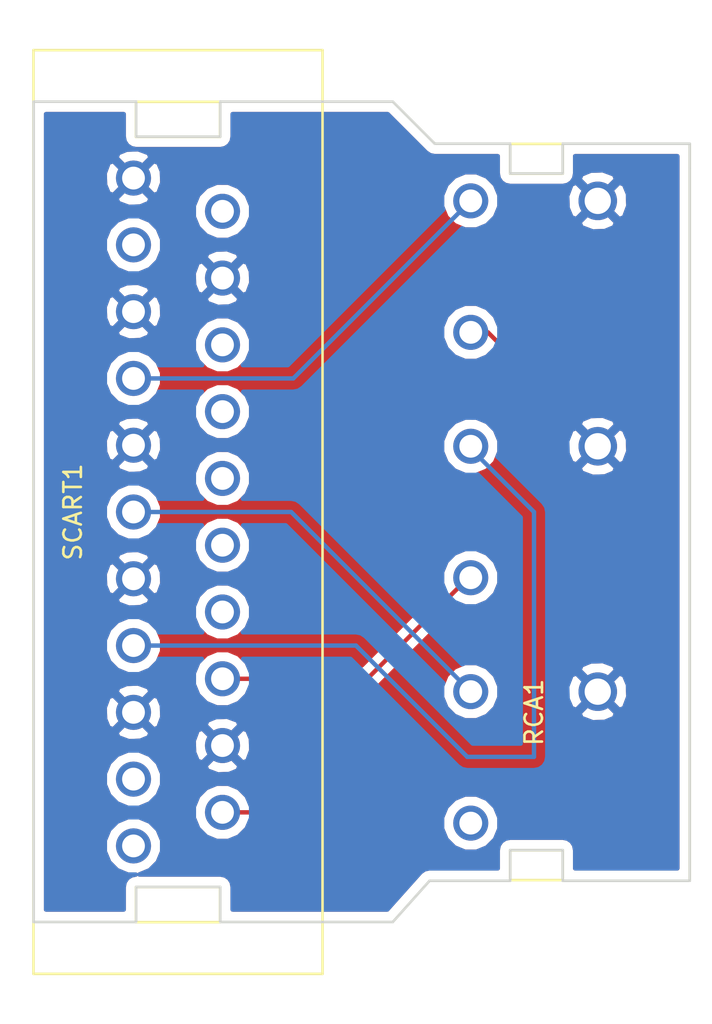
<source format=kicad_pcb>
(kicad_pcb (version 4) (host pcbnew 4.0.7)

  (general
    (links 15)
    (no_connects 1)
    (area 95.824999 88.274999 133.425001 135.225001)
    (thickness 1.6)
    (drawings 26)
    (tracks 19)
    (zones 0)
    (modules 2)
    (nets 16)
  )

  (page A4)
  (layers
    (0 F.Cu signal)
    (31 B.Cu signal)
    (32 B.Adhes user)
    (33 F.Adhes user)
    (34 B.Paste user)
    (35 F.Paste user)
    (36 B.SilkS user)
    (37 F.SilkS user)
    (38 B.Mask user)
    (39 F.Mask user)
    (40 Dwgs.User user)
    (41 Cmts.User user)
    (42 Eco1.User user)
    (43 Eco2.User user)
    (44 Edge.Cuts user)
    (45 Margin user)
    (46 B.CrtYd user)
    (47 F.CrtYd user)
    (48 B.Fab user)
    (49 F.Fab user)
  )

  (setup
    (last_trace_width 0.25)
    (trace_clearance 0.2)
    (zone_clearance 0.508)
    (zone_45_only no)
    (trace_min 0.2)
    (segment_width 0.2)
    (edge_width 0.15)
    (via_size 0.6)
    (via_drill 0.4)
    (via_min_size 0.4)
    (via_min_drill 0.3)
    (uvia_size 0.3)
    (uvia_drill 0.1)
    (uvias_allowed no)
    (uvia_min_size 0.2)
    (uvia_min_drill 0.1)
    (pcb_text_width 0.3)
    (pcb_text_size 1.5 1.5)
    (mod_edge_width 0.15)
    (mod_text_size 1 1)
    (mod_text_width 0.15)
    (pad_size 1.524 1.524)
    (pad_drill 0.762)
    (pad_to_mask_clearance 0.2)
    (aux_axis_origin 0 0)
    (visible_elements 7FFFFFFF)
    (pcbplotparams
      (layerselection 0x010f0_80000001)
      (usegerberextensions true)
      (excludeedgelayer true)
      (linewidth 0.100000)
      (plotframeref false)
      (viasonmask false)
      (mode 1)
      (useauxorigin false)
      (hpglpennumber 1)
      (hpglpenspeed 20)
      (hpglpendiameter 15)
      (hpglpenoverlay 2)
      (psnegative false)
      (psa4output false)
      (plotreference true)
      (plotvalue true)
      (plotinvisibletext false)
      (padsonsilk false)
      (subtractmaskfromsilk false)
      (outputformat 1)
      (mirror false)
      (drillshape 0)
      (scaleselection 1)
      (outputdirectory Gerbers/))
  )

  (net 0 "")
  (net 1 GND)
  (net 2 RED)
  (net 3 R_AUD)
  (net 4 SYNC)
  (net 5 GREEN)
  (net 6 L_AUD)
  (net 7 BLUE)
  (net 8 "Net-(SCART1-Pad16)")
  (net 9 "Net-(SCART1-Pad14)")
  (net 10 "Net-(SCART1-Pad8)")
  (net 11 "Net-(SCART1-Pad10)")
  (net 12 "Net-(SCART1-Pad12)")
  (net 13 "Net-(SCART1-Pad1)")
  (net 14 "Net-(SCART1-Pad3)")
  (net 15 "Net-(SCART1-Pad19)")

  (net_class Default "This is the default net class."
    (clearance 0.2)
    (trace_width 0.25)
    (via_dia 0.6)
    (via_drill 0.4)
    (uvia_dia 0.3)
    (uvia_drill 0.1)
    (add_net BLUE)
    (add_net GND)
    (add_net GREEN)
    (add_net L_AUD)
    (add_net "Net-(SCART1-Pad1)")
    (add_net "Net-(SCART1-Pad10)")
    (add_net "Net-(SCART1-Pad12)")
    (add_net "Net-(SCART1-Pad14)")
    (add_net "Net-(SCART1-Pad16)")
    (add_net "Net-(SCART1-Pad19)")
    (add_net "Net-(SCART1-Pad3)")
    (add_net "Net-(SCART1-Pad8)")
    (add_net RED)
    (add_net R_AUD)
    (add_net SYNC)
  )

  (module SCARTConnectors:3x2_RCA (layer F.Cu) (tedit 5B0A1A4D) (tstamp 5B098CD8)
    (at 133.35 111.76 90)
    (path /5B098E54)
    (fp_text reference RCA1 (at -11.43 -8.89 90) (layer F.SilkS)
      (effects (font (size 1 1) (thickness 0.15)))
    )
    (fp_text value 3x2_RCA (at 10.16 -7.62 90) (layer F.Fab)
      (effects (font (size 1 1) (thickness 0.15)))
    )
    (fp_line (start 21 -10.25) (end 21 -7.25) (layer F.SilkS) (width 0.15))
    (fp_line (start 21 -7.25) (end 19.3 -7.25) (layer F.SilkS) (width 0.15))
    (fp_line (start 19.3 -7.25) (end 19.3 -10.25) (layer F.SilkS) (width 0.15))
    (fp_line (start 19.3 -10.25) (end 21 -10.25) (layer F.SilkS) (width 0.15))
    (fp_line (start -19.3 -7.25) (end -21 -7.25) (layer F.SilkS) (width 0.15))
    (fp_line (start -21 -10.25) (end -21 -7.25) (layer F.SilkS) (width 0.15))
    (fp_line (start -19.3 -10.25) (end -19.3 -7.25) (layer F.SilkS) (width 0.15))
    (fp_line (start -21 -10.25) (end -19.3 -10.25) (layer F.SilkS) (width 0.15))
    (fp_line (start -21 0) (end 21 0) (layer F.SilkS) (width 0.15))
    (pad 9 thru_hole circle (at 17.75 -5.25 90) (size 2.2 2.2) (drill 1.5) (layers *.Cu *.Mask)
      (net 1 GND))
    (pad 8 thru_hole circle (at 3.75 -5.25 90) (size 2.2 2.2) (drill 1.5) (layers *.Cu *.Mask)
      (net 1 GND))
    (pad 7 thru_hole circle (at -10.25 -5.25 90) (size 2.2 2.2) (drill 1.5) (layers *.Cu *.Mask)
      (net 1 GND))
    (pad 6 thru_hole circle (at 17.75 -12.5 90) (size 2 2) (drill 1.3) (layers *.Cu *.Mask)
      (net 2 RED))
    (pad 5 thru_hole circle (at 10.25 -12.5 90) (size 2 2) (drill 1.3) (layers *.Cu *.Mask)
      (net 3 R_AUD))
    (pad 1 thru_hole circle (at -17.75 -12.5 90) (size 2 2) (drill 1.3) (layers *.Cu *.Mask)
      (net 4 SYNC))
    (pad 2 thru_hole circle (at -10.25 -12.5 90) (size 2 2) (drill 1.3) (layers *.Cu *.Mask)
      (net 5 GREEN))
    (pad 3 thru_hole circle (at -3.75 -12.5 90) (size 2 2) (drill 1.3) (layers *.Cu *.Mask)
      (net 6 L_AUD))
    (pad 4 thru_hole circle (at 3.75 -12.5 90) (size 2 2) (drill 1.3) (layers *.Cu *.Mask)
      (net 7 BLUE))
  )

  (module SCARTConnectors:SCART_F (layer F.Cu) (tedit 5B0A1858) (tstamp 5B098CF7)
    (at 104.14 111.76 270)
    (path /5B074A73)
    (fp_text reference SCART1 (at 0 6 270) (layer F.SilkS)
      (effects (font (size 1 1) (thickness 0.15)))
    )
    (fp_text value SCART-F (at 0 -6.25 270) (layer F.Fab)
      (effects (font (size 1 1) (thickness 0.15)))
    )
    (fp_line (start 21.4 2.4) (end 21.4 -2.4) (layer F.SilkS) (width 0.15))
    (fp_line (start 23.4 2.4) (end 21.4 2.4) (layer F.SilkS) (width 0.15))
    (fp_line (start 23.4 -2.4) (end 23.4 2.4) (layer F.SilkS) (width 0.15))
    (fp_line (start 21.4 -2.4) (end 23.4 -2.4) (layer F.SilkS) (width 0.15))
    (fp_line (start -21.4 -2.4) (end -21.4 2.4) (layer F.SilkS) (width 0.15))
    (fp_line (start -21.4 2.4) (end -23.4 2.4) (layer F.SilkS) (width 0.15))
    (fp_line (start -23.4 2.4) (end -23.4 -2.4) (layer F.SilkS) (width 0.15))
    (fp_line (start -23.4 -2.4) (end -21.4 -2.4) (layer F.SilkS) (width 0.15))
    (fp_line (start 26.35 8.25) (end -26.35 8.25) (layer F.SilkS) (width 0.15))
    (fp_line (start -26.35 8.25) (end -26.35 -8.25) (layer F.SilkS) (width 0.15))
    (fp_line (start -26.35 -8.25) (end 26.35 -8.25) (layer F.SilkS) (width 0.15))
    (fp_line (start 26.35 -8.25) (end 26.35 8.25) (layer F.SilkS) (width 0.15))
    (pad 20 thru_hole circle (at -17.155 -2.54 270) (size 2 2) (drill 1.3) (layers *.Cu *.Mask)
      (net 4 SYNC))
    (pad 18 thru_hole circle (at -13.345 -2.54 270) (size 2 2) (drill 1.3) (layers *.Cu *.Mask)
      (net 1 GND))
    (pad 16 thru_hole circle (at -9.535 -2.54 270) (size 2 2) (drill 1.3) (layers *.Cu *.Mask)
      (net 8 "Net-(SCART1-Pad16)"))
    (pad 14 thru_hole circle (at -5.725 -2.54 270) (size 2 2) (drill 1.3) (layers *.Cu *.Mask)
      (net 9 "Net-(SCART1-Pad14)"))
    (pad 2 thru_hole circle (at 17.135 -2.54 270) (size 2 2) (drill 1.3) (layers *.Cu *.Mask)
      (net 3 R_AUD))
    (pad 4 thru_hole circle (at 13.325 -2.54 270) (size 2 2) (drill 1.3) (layers *.Cu *.Mask)
      (net 1 GND))
    (pad 6 thru_hole circle (at 9.515 -2.54 270) (size 2 2) (drill 1.3) (layers *.Cu *.Mask)
      (net 6 L_AUD))
    (pad 8 thru_hole circle (at 5.705 -2.54 270) (size 2 2) (drill 1.3) (layers *.Cu *.Mask)
      (net 10 "Net-(SCART1-Pad8)"))
    (pad 10 thru_hole circle (at 1.895 -2.54 270) (size 2 2) (drill 1.3) (layers *.Cu *.Mask)
      (net 11 "Net-(SCART1-Pad10)"))
    (pad 12 thru_hole circle (at -1.915 -2.54 270) (size 2 2) (drill 1.3) (layers *.Cu *.Mask)
      (net 12 "Net-(SCART1-Pad12)"))
    (pad 1 thru_hole circle (at 19.05 2.54 270) (size 2 2) (drill 1.3) (layers *.Cu *.Mask)
      (net 13 "Net-(SCART1-Pad1)"))
    (pad 3 thru_hole circle (at 15.24 2.54 270) (size 2 2) (drill 1.3) (layers *.Cu *.Mask)
      (net 14 "Net-(SCART1-Pad3)"))
    (pad 5 thru_hole circle (at 11.43 2.54 270) (size 2 2) (drill 1.3) (layers *.Cu *.Mask)
      (net 1 GND))
    (pad 7 thru_hole circle (at 7.62 2.54 270) (size 2 2) (drill 1.3) (layers *.Cu *.Mask)
      (net 7 BLUE))
    (pad 9 thru_hole circle (at 3.81 2.54 270) (size 2 2) (drill 1.3) (layers *.Cu *.Mask)
      (net 1 GND))
    (pad 21 thru_hole circle (at -19.05 2.54 270) (size 2 2) (drill 1.3) (layers *.Cu *.Mask)
      (net 1 GND))
    (pad 19 thru_hole circle (at -15.24 2.54 270) (size 2 2) (drill 1.3) (layers *.Cu *.Mask)
      (net 15 "Net-(SCART1-Pad19)"))
    (pad 17 thru_hole circle (at -11.43 2.54 270) (size 2 2) (drill 1.3) (layers *.Cu *.Mask)
      (net 1 GND))
    (pad 15 thru_hole circle (at -7.62 2.54 270) (size 2 2) (drill 1.3) (layers *.Cu *.Mask)
      (net 2 RED))
    (pad 13 thru_hole circle (at -3.81 2.54 270) (size 2 2) (drill 1.3) (layers *.Cu *.Mask)
      (net 1 GND))
    (pad 11 thru_hole circle (at 0 2.54 270) (size 2 2) (drill 1.3) (layers *.Cu *.Mask)
      (net 5 GREEN))
  )

  (gr_line (start 101.75 88.35) (end 95.9 88.35) (angle 90) (layer Edge.Cuts) (width 0.15))
  (gr_line (start 101.75 90.35) (end 101.75 88.35) (angle 90) (layer Edge.Cuts) (width 0.15))
  (gr_line (start 133.35 92.15) (end 133.35 90.75) (angle 90) (layer Edge.Cuts) (width 0.15))
  (gr_line (start 95.9 135.15) (end 95.9 88.35) (angle 90) (layer Edge.Cuts) (width 0.15))
  (gr_line (start 101.75 135.15) (end 95.9 135.15) (angle 90) (layer Edge.Cuts) (width 0.15))
  (gr_line (start 106.55 90.35) (end 101.75 90.35) (angle 90) (layer Edge.Cuts) (width 0.15))
  (gr_line (start 106.55 88.35) (end 106.55 90.35) (angle 90) (layer Edge.Cuts) (width 0.15))
  (gr_line (start 118.85 90.75) (end 123.1 90.75) (angle 90) (layer Edge.Cuts) (width 0.15))
  (gr_line (start 118.8 90.75) (end 118.85 90.75) (angle 90) (layer Edge.Cuts) (width 0.15))
  (gr_line (start 116.4 88.35) (end 118.8 90.75) (angle 90) (layer Edge.Cuts) (width 0.15))
  (gr_line (start 106.55 88.35) (end 116.4 88.35) (angle 90) (layer Edge.Cuts) (width 0.15))
  (gr_line (start 126.1 90.75) (end 133.35 90.75) (angle 90) (layer Edge.Cuts) (width 0.15))
  (gr_line (start 126.1 92.45) (end 126.1 90.75) (angle 90) (layer Edge.Cuts) (width 0.15))
  (gr_line (start 123.1 92.45) (end 123.1 90.75) (angle 90) (layer Edge.Cuts) (width 0.15))
  (gr_line (start 126.1 92.45) (end 123.1 92.45) (angle 90) (layer Edge.Cuts) (width 0.15))
  (gr_line (start 133.35 132.8) (end 133.35 92.15) (angle 90) (layer Edge.Cuts) (width 0.15))
  (gr_line (start 126.1 132.8) (end 133.35 132.8) (angle 90) (layer Edge.Cuts) (width 0.15))
  (gr_line (start 126.1 131.05) (end 126.1 132.8) (angle 90) (layer Edge.Cuts) (width 0.15))
  (gr_line (start 123.1 131.05) (end 126.1 131.05) (angle 90) (layer Edge.Cuts) (width 0.15))
  (gr_line (start 123.1 132.8) (end 123.1 131.05) (angle 90) (layer Edge.Cuts) (width 0.15))
  (gr_line (start 118.5 132.8) (end 123.1 132.8) (angle 90) (layer Edge.Cuts) (width 0.15))
  (gr_line (start 116.4 135.15) (end 118.5 132.8) (angle 90) (layer Edge.Cuts) (width 0.15))
  (gr_line (start 106.55 135.15) (end 116.4 135.15) (angle 90) (layer Edge.Cuts) (width 0.15))
  (gr_line (start 106.55 133.15) (end 106.55 135.15) (angle 90) (layer Edge.Cuts) (width 0.15))
  (gr_line (start 101.75 133.15) (end 106.55 133.15) (angle 90) (layer Edge.Cuts) (width 0.15))
  (gr_line (start 101.75 135.15) (end 101.75 133.15) (angle 90) (layer Edge.Cuts) (width 0.15))

  (segment (start 101.6 104.14) (end 110.72 104.14) (width 0.25) (layer B.Cu) (net 2))
  (segment (start 110.72 104.14) (end 120.85 94.01) (width 0.25) (layer B.Cu) (net 2) (tstamp 5B098D4B))
  (segment (start 106.68 128.895) (end 116.215 128.895) (width 0.25) (layer F.Cu) (net 3))
  (segment (start 125.73 105.41) (end 121.83 101.51) (width 0.25) (layer F.Cu) (net 3) (tstamp 5B098ECF))
  (segment (start 125.73 127) (end 125.73 105.41) (width 0.25) (layer F.Cu) (net 3) (tstamp 5B098ECD))
  (segment (start 118.11 127) (end 125.73 127) (width 0.25) (layer F.Cu) (net 3) (tstamp 5B098ECA))
  (segment (start 116.215 128.895) (end 118.11 127) (width 0.25) (layer F.Cu) (net 3) (tstamp 5B098EC3))
  (segment (start 121.83 101.51) (end 120.85 101.51) (width 0.25) (layer F.Cu) (net 3) (tstamp 5B098ED8))
  (segment (start 101.6 111.76) (end 110.6 111.76) (width 0.25) (layer B.Cu) (net 5))
  (segment (start 110.6 111.76) (end 120.85 122.01) (width 0.25) (layer B.Cu) (net 5) (tstamp 5B098D4E))
  (segment (start 106.68 121.275) (end 114.945 121.275) (width 0.25) (layer F.Cu) (net 6))
  (segment (start 114.945 121.275) (end 120.71 115.51) (width 0.25) (layer F.Cu) (net 6) (tstamp 5B098E72))
  (segment (start 120.71 115.51) (end 120.85 115.51) (width 0.25) (layer F.Cu) (net 6) (tstamp 5B098E78))
  (segment (start 101.6 119.38) (end 114.3 119.38) (width 0.25) (layer B.Cu) (net 7))
  (segment (start 124.46 111.76) (end 120.85 108.15) (width 0.25) (layer B.Cu) (net 7) (tstamp 5B098D82))
  (segment (start 124.46 125.73) (end 124.46 111.76) (width 0.25) (layer B.Cu) (net 7) (tstamp 5B098D80))
  (segment (start 120.65 125.73) (end 124.46 125.73) (width 0.25) (layer B.Cu) (net 7) (tstamp 5B098D79))
  (segment (start 114.3 119.38) (end 120.65 125.73) (width 0.25) (layer B.Cu) (net 7) (tstamp 5B098D56))
  (segment (start 120.85 108.15) (end 120.85 108.01) (width 0.25) (layer B.Cu) (net 7) (tstamp 5B098D85))

  (zone (net 1) (net_name GND) (layer F.Cu) (tstamp 5B0990AC) (hatch edge 0.508)
    (connect_pads (clearance 0.508))
    (min_thickness 0.254)
    (fill yes (arc_segments 16) (thermal_gap 0.508) (thermal_bridge_width 0.508))
    (polygon
      (pts
        (xy 134.62 140.97) (xy 93.98 140.97) (xy 93.98 82.55) (xy 134.62 82.55)
      )
    )
    (filled_polygon
      (pts
        (xy 101.04 90.35) (xy 101.094046 90.621705) (xy 101.247954 90.852046) (xy 101.478295 91.005954) (xy 101.75 91.06)
        (xy 106.55 91.06) (xy 106.821705 91.005954) (xy 107.052046 90.852046) (xy 107.205954 90.621705) (xy 107.26 90.35)
        (xy 107.26 89.06) (xy 116.105908 89.06) (xy 118.297952 91.252043) (xy 118.297954 91.252046) (xy 118.528295 91.405954)
        (xy 118.8 91.460001) (xy 118.800005 91.46) (xy 122.39 91.46) (xy 122.39 92.45) (xy 122.444046 92.721705)
        (xy 122.597954 92.952046) (xy 122.828295 93.105954) (xy 123.1 93.16) (xy 126.1 93.16) (xy 126.371705 93.105954)
        (xy 126.602046 92.952046) (xy 126.713573 92.785132) (xy 127.054737 92.785132) (xy 128.1 93.830395) (xy 129.145263 92.785132)
        (xy 129.034359 92.507901) (xy 128.388407 92.264677) (xy 127.698547 92.287164) (xy 127.165641 92.507901) (xy 127.054737 92.785132)
        (xy 126.713573 92.785132) (xy 126.755954 92.721705) (xy 126.81 92.45) (xy 126.81 91.46) (xy 132.64 91.46)
        (xy 132.64 132.09) (xy 126.81 132.09) (xy 126.81 131.05) (xy 126.755954 130.778295) (xy 126.602046 130.547954)
        (xy 126.371705 130.394046) (xy 126.1 130.34) (xy 123.1 130.34) (xy 122.828295 130.394046) (xy 122.597954 130.547954)
        (xy 122.444046 130.778295) (xy 122.39 131.05) (xy 122.39 132.09) (xy 118.5 132.09) (xy 118.480185 132.093942)
        (xy 118.460175 132.091117) (xy 118.344968 132.120838) (xy 118.228295 132.144046) (xy 118.211495 132.155271) (xy 118.191929 132.160319)
        (xy 118.096874 132.231858) (xy 117.997954 132.297954) (xy 117.986728 132.314755) (xy 117.970584 132.326905) (xy 116.082286 134.44)
        (xy 107.26 134.44) (xy 107.26 133.15) (xy 107.205954 132.878295) (xy 107.052046 132.647954) (xy 106.821705 132.494046)
        (xy 106.55 132.44) (xy 101.936583 132.44) (xy 102.524943 132.196894) (xy 102.985278 131.737363) (xy 103.234716 131.136648)
        (xy 103.235284 130.486205) (xy 102.986894 129.885057) (xy 102.527363 129.424722) (xy 102.031435 129.218795) (xy 105.044716 129.218795)
        (xy 105.293106 129.819943) (xy 105.752637 130.280278) (xy 106.353352 130.529716) (xy 107.003795 130.530284) (xy 107.604943 130.281894)
        (xy 108.053825 129.833795) (xy 119.214716 129.833795) (xy 119.463106 130.434943) (xy 119.922637 130.895278) (xy 120.523352 131.144716)
        (xy 121.173795 131.145284) (xy 121.774943 130.896894) (xy 122.235278 130.437363) (xy 122.484716 129.836648) (xy 122.485284 129.186205)
        (xy 122.236894 128.585057) (xy 121.777363 128.124722) (xy 121.176648 127.875284) (xy 120.526205 127.874716) (xy 119.925057 128.123106)
        (xy 119.464722 128.582637) (xy 119.215284 129.183352) (xy 119.214716 129.833795) (xy 108.053825 129.833795) (xy 108.065278 129.822363)
        (xy 108.134773 129.655) (xy 116.215 129.655) (xy 116.505839 129.597148) (xy 116.752401 129.432401) (xy 118.424802 127.76)
        (xy 125.73 127.76) (xy 126.020839 127.702148) (xy 126.267401 127.537401) (xy 126.432148 127.290839) (xy 126.49 127)
        (xy 126.49 123.234868) (xy 127.054737 123.234868) (xy 127.165641 123.512099) (xy 127.811593 123.755323) (xy 128.501453 123.732836)
        (xy 129.034359 123.512099) (xy 129.145263 123.234868) (xy 128.1 122.189605) (xy 127.054737 123.234868) (xy 126.49 123.234868)
        (xy 126.49 122.683863) (xy 126.597901 122.944359) (xy 126.875132 123.055263) (xy 127.920395 122.01) (xy 128.279605 122.01)
        (xy 129.324868 123.055263) (xy 129.602099 122.944359) (xy 129.845323 122.298407) (xy 129.822836 121.608547) (xy 129.602099 121.075641)
        (xy 129.324868 120.964737) (xy 128.279605 122.01) (xy 127.920395 122.01) (xy 126.875132 120.964737) (xy 126.597901 121.075641)
        (xy 126.49 121.362203) (xy 126.49 120.785132) (xy 127.054737 120.785132) (xy 128.1 121.830395) (xy 129.145263 120.785132)
        (xy 129.034359 120.507901) (xy 128.388407 120.264677) (xy 127.698547 120.287164) (xy 127.165641 120.507901) (xy 127.054737 120.785132)
        (xy 126.49 120.785132) (xy 126.49 109.234868) (xy 127.054737 109.234868) (xy 127.165641 109.512099) (xy 127.811593 109.755323)
        (xy 128.501453 109.732836) (xy 129.034359 109.512099) (xy 129.145263 109.234868) (xy 128.1 108.189605) (xy 127.054737 109.234868)
        (xy 126.49 109.234868) (xy 126.49 108.683863) (xy 126.597901 108.944359) (xy 126.875132 109.055263) (xy 127.920395 108.01)
        (xy 128.279605 108.01) (xy 129.324868 109.055263) (xy 129.602099 108.944359) (xy 129.845323 108.298407) (xy 129.822836 107.608547)
        (xy 129.602099 107.075641) (xy 129.324868 106.964737) (xy 128.279605 108.01) (xy 127.920395 108.01) (xy 126.875132 106.964737)
        (xy 126.597901 107.075641) (xy 126.49 107.362203) (xy 126.49 106.785132) (xy 127.054737 106.785132) (xy 128.1 107.830395)
        (xy 129.145263 106.785132) (xy 129.034359 106.507901) (xy 128.388407 106.264677) (xy 127.698547 106.287164) (xy 127.165641 106.507901)
        (xy 127.054737 106.785132) (xy 126.49 106.785132) (xy 126.49 105.41) (xy 126.432148 105.119161) (xy 126.267401 104.872599)
        (xy 122.417882 101.02308) (xy 122.236894 100.585057) (xy 121.777363 100.124722) (xy 121.176648 99.875284) (xy 120.526205 99.874716)
        (xy 119.925057 100.123106) (xy 119.464722 100.582637) (xy 119.215284 101.183352) (xy 119.214716 101.833795) (xy 119.463106 102.434943)
        (xy 119.922637 102.895278) (xy 120.523352 103.144716) (xy 121.173795 103.145284) (xy 121.774943 102.896894) (xy 121.958678 102.71348)
        (xy 124.97 105.724802) (xy 124.97 126.24) (xy 118.11 126.24) (xy 117.819161 126.297852) (xy 117.572599 126.462599)
        (xy 115.900198 128.135) (xy 108.135047 128.135) (xy 108.066894 127.970057) (xy 107.607363 127.509722) (xy 107.006648 127.260284)
        (xy 106.356205 127.259716) (xy 105.755057 127.508106) (xy 105.294722 127.967637) (xy 105.045284 128.568352) (xy 105.044716 129.218795)
        (xy 102.031435 129.218795) (xy 101.926648 129.175284) (xy 101.276205 129.174716) (xy 100.675057 129.423106) (xy 100.214722 129.882637)
        (xy 99.965284 130.483352) (xy 99.964716 131.133795) (xy 100.213106 131.734943) (xy 100.672637 132.195278) (xy 101.273352 132.444716)
        (xy 101.724312 132.44511) (xy 101.478295 132.494046) (xy 101.247954 132.647954) (xy 101.094046 132.878295) (xy 101.04 133.15)
        (xy 101.04 134.44) (xy 96.61 134.44) (xy 96.61 127.323795) (xy 99.964716 127.323795) (xy 100.213106 127.924943)
        (xy 100.672637 128.385278) (xy 101.273352 128.634716) (xy 101.923795 128.635284) (xy 102.524943 128.386894) (xy 102.985278 127.927363)
        (xy 103.234716 127.326648) (xy 103.235284 126.676205) (xy 103.054028 126.237532) (xy 105.707073 126.237532) (xy 105.805736 126.504387)
        (xy 106.415461 126.730908) (xy 107.06546 126.706856) (xy 107.554264 126.504387) (xy 107.652927 126.237532) (xy 106.68 125.264605)
        (xy 105.707073 126.237532) (xy 103.054028 126.237532) (xy 102.986894 126.075057) (xy 102.527363 125.614722) (xy 101.926648 125.365284)
        (xy 101.276205 125.364716) (xy 100.675057 125.613106) (xy 100.214722 126.072637) (xy 99.965284 126.673352) (xy 99.964716 127.323795)
        (xy 96.61 127.323795) (xy 96.61 124.342532) (xy 100.627073 124.342532) (xy 100.725736 124.609387) (xy 101.335461 124.835908)
        (xy 101.752912 124.820461) (xy 105.034092 124.820461) (xy 105.058144 125.47046) (xy 105.260613 125.959264) (xy 105.527468 126.057927)
        (xy 106.500395 125.085) (xy 106.859605 125.085) (xy 107.832532 126.057927) (xy 108.099387 125.959264) (xy 108.325908 125.349539)
        (xy 108.301856 124.69954) (xy 108.099387 124.210736) (xy 107.832532 124.112073) (xy 106.859605 125.085) (xy 106.500395 125.085)
        (xy 105.527468 124.112073) (xy 105.260613 124.210736) (xy 105.034092 124.820461) (xy 101.752912 124.820461) (xy 101.98546 124.811856)
        (xy 102.474264 124.609387) (xy 102.572927 124.342532) (xy 101.6 123.369605) (xy 100.627073 124.342532) (xy 96.61 124.342532)
        (xy 96.61 122.925461) (xy 99.954092 122.925461) (xy 99.978144 123.57546) (xy 100.180613 124.064264) (xy 100.447468 124.162927)
        (xy 101.420395 123.19) (xy 101.779605 123.19) (xy 102.752532 124.162927) (xy 103.019387 124.064264) (xy 103.06835 123.932468)
        (xy 105.707073 123.932468) (xy 106.68 124.905395) (xy 107.652927 123.932468) (xy 107.554264 123.665613) (xy 106.944539 123.439092)
        (xy 106.29454 123.463144) (xy 105.805736 123.665613) (xy 105.707073 123.932468) (xy 103.06835 123.932468) (xy 103.245908 123.454539)
        (xy 103.221856 122.80454) (xy 103.019387 122.315736) (xy 102.752532 122.217073) (xy 101.779605 123.19) (xy 101.420395 123.19)
        (xy 100.447468 122.217073) (xy 100.180613 122.315736) (xy 99.954092 122.925461) (xy 96.61 122.925461) (xy 96.61 122.037468)
        (xy 100.627073 122.037468) (xy 101.6 123.010395) (xy 102.572927 122.037468) (xy 102.474264 121.770613) (xy 102.011783 121.598795)
        (xy 105.044716 121.598795) (xy 105.293106 122.199943) (xy 105.752637 122.660278) (xy 106.353352 122.909716) (xy 107.003795 122.910284)
        (xy 107.604943 122.661894) (xy 107.933616 122.333795) (xy 119.214716 122.333795) (xy 119.463106 122.934943) (xy 119.922637 123.395278)
        (xy 120.523352 123.644716) (xy 121.173795 123.645284) (xy 121.774943 123.396894) (xy 122.235278 122.937363) (xy 122.484716 122.336648)
        (xy 122.485284 121.686205) (xy 122.236894 121.085057) (xy 121.777363 120.624722) (xy 121.176648 120.375284) (xy 120.526205 120.374716)
        (xy 119.925057 120.623106) (xy 119.464722 121.082637) (xy 119.215284 121.683352) (xy 119.214716 122.333795) (xy 107.933616 122.333795)
        (xy 108.065278 122.202363) (xy 108.134773 122.035) (xy 114.945 122.035) (xy 115.235839 121.977148) (xy 115.482401 121.812401)
        (xy 120.259604 117.035198) (xy 120.523352 117.144716) (xy 121.173795 117.145284) (xy 121.774943 116.896894) (xy 122.235278 116.437363)
        (xy 122.484716 115.836648) (xy 122.485284 115.186205) (xy 122.236894 114.585057) (xy 121.777363 114.124722) (xy 121.176648 113.875284)
        (xy 120.526205 113.874716) (xy 119.925057 114.123106) (xy 119.464722 114.582637) (xy 119.215284 115.183352) (xy 119.214716 115.833795)
        (xy 119.242986 115.902212) (xy 114.630198 120.515) (xy 108.135047 120.515) (xy 108.066894 120.350057) (xy 107.607363 119.889722)
        (xy 107.006648 119.640284) (xy 106.356205 119.639716) (xy 105.755057 119.888106) (xy 105.294722 120.347637) (xy 105.045284 120.948352)
        (xy 105.044716 121.598795) (xy 102.011783 121.598795) (xy 101.864539 121.544092) (xy 101.21454 121.568144) (xy 100.725736 121.770613)
        (xy 100.627073 122.037468) (xy 96.61 122.037468) (xy 96.61 119.703795) (xy 99.964716 119.703795) (xy 100.213106 120.304943)
        (xy 100.672637 120.765278) (xy 101.273352 121.014716) (xy 101.923795 121.015284) (xy 102.524943 120.766894) (xy 102.985278 120.307363)
        (xy 103.234716 119.706648) (xy 103.235284 119.056205) (xy 102.986894 118.455057) (xy 102.527363 117.994722) (xy 102.031435 117.788795)
        (xy 105.044716 117.788795) (xy 105.293106 118.389943) (xy 105.752637 118.850278) (xy 106.353352 119.099716) (xy 107.003795 119.100284)
        (xy 107.604943 118.851894) (xy 108.065278 118.392363) (xy 108.314716 117.791648) (xy 108.315284 117.141205) (xy 108.066894 116.540057)
        (xy 107.607363 116.079722) (xy 107.006648 115.830284) (xy 106.356205 115.829716) (xy 105.755057 116.078106) (xy 105.294722 116.537637)
        (xy 105.045284 117.138352) (xy 105.044716 117.788795) (xy 102.031435 117.788795) (xy 101.926648 117.745284) (xy 101.276205 117.744716)
        (xy 100.675057 117.993106) (xy 100.214722 118.452637) (xy 99.965284 119.053352) (xy 99.964716 119.703795) (xy 96.61 119.703795)
        (xy 96.61 116.722532) (xy 100.627073 116.722532) (xy 100.725736 116.989387) (xy 101.335461 117.215908) (xy 101.98546 117.191856)
        (xy 102.474264 116.989387) (xy 102.572927 116.722532) (xy 101.6 115.749605) (xy 100.627073 116.722532) (xy 96.61 116.722532)
        (xy 96.61 115.305461) (xy 99.954092 115.305461) (xy 99.978144 115.95546) (xy 100.180613 116.444264) (xy 100.447468 116.542927)
        (xy 101.420395 115.57) (xy 101.779605 115.57) (xy 102.752532 116.542927) (xy 103.019387 116.444264) (xy 103.245908 115.834539)
        (xy 103.221856 115.18454) (xy 103.019387 114.695736) (xy 102.752532 114.597073) (xy 101.779605 115.57) (xy 101.420395 115.57)
        (xy 100.447468 114.597073) (xy 100.180613 114.695736) (xy 99.954092 115.305461) (xy 96.61 115.305461) (xy 96.61 114.417468)
        (xy 100.627073 114.417468) (xy 101.6 115.390395) (xy 102.572927 114.417468) (xy 102.474264 114.150613) (xy 102.011783 113.978795)
        (xy 105.044716 113.978795) (xy 105.293106 114.579943) (xy 105.752637 115.040278) (xy 106.353352 115.289716) (xy 107.003795 115.290284)
        (xy 107.604943 115.041894) (xy 108.065278 114.582363) (xy 108.314716 113.981648) (xy 108.315284 113.331205) (xy 108.066894 112.730057)
        (xy 107.607363 112.269722) (xy 107.006648 112.020284) (xy 106.356205 112.019716) (xy 105.755057 112.268106) (xy 105.294722 112.727637)
        (xy 105.045284 113.328352) (xy 105.044716 113.978795) (xy 102.011783 113.978795) (xy 101.864539 113.924092) (xy 101.21454 113.948144)
        (xy 100.725736 114.150613) (xy 100.627073 114.417468) (xy 96.61 114.417468) (xy 96.61 112.083795) (xy 99.964716 112.083795)
        (xy 100.213106 112.684943) (xy 100.672637 113.145278) (xy 101.273352 113.394716) (xy 101.923795 113.395284) (xy 102.524943 113.146894)
        (xy 102.985278 112.687363) (xy 103.234716 112.086648) (xy 103.235284 111.436205) (xy 102.986894 110.835057) (xy 102.527363 110.374722)
        (xy 102.031435 110.168795) (xy 105.044716 110.168795) (xy 105.293106 110.769943) (xy 105.752637 111.230278) (xy 106.353352 111.479716)
        (xy 107.003795 111.480284) (xy 107.604943 111.231894) (xy 108.065278 110.772363) (xy 108.314716 110.171648) (xy 108.315284 109.521205)
        (xy 108.066894 108.920057) (xy 107.607363 108.459722) (xy 107.304097 108.333795) (xy 119.214716 108.333795) (xy 119.463106 108.934943)
        (xy 119.922637 109.395278) (xy 120.523352 109.644716) (xy 121.173795 109.645284) (xy 121.774943 109.396894) (xy 122.235278 108.937363)
        (xy 122.484716 108.336648) (xy 122.485284 107.686205) (xy 122.236894 107.085057) (xy 121.777363 106.624722) (xy 121.176648 106.375284)
        (xy 120.526205 106.374716) (xy 119.925057 106.623106) (xy 119.464722 107.082637) (xy 119.215284 107.683352) (xy 119.214716 108.333795)
        (xy 107.304097 108.333795) (xy 107.006648 108.210284) (xy 106.356205 108.209716) (xy 105.755057 108.458106) (xy 105.294722 108.917637)
        (xy 105.045284 109.518352) (xy 105.044716 110.168795) (xy 102.031435 110.168795) (xy 101.926648 110.125284) (xy 101.276205 110.124716)
        (xy 100.675057 110.373106) (xy 100.214722 110.832637) (xy 99.965284 111.433352) (xy 99.964716 112.083795) (xy 96.61 112.083795)
        (xy 96.61 109.102532) (xy 100.627073 109.102532) (xy 100.725736 109.369387) (xy 101.335461 109.595908) (xy 101.98546 109.571856)
        (xy 102.474264 109.369387) (xy 102.572927 109.102532) (xy 101.6 108.129605) (xy 100.627073 109.102532) (xy 96.61 109.102532)
        (xy 96.61 107.685461) (xy 99.954092 107.685461) (xy 99.978144 108.33546) (xy 100.180613 108.824264) (xy 100.447468 108.922927)
        (xy 101.420395 107.95) (xy 101.779605 107.95) (xy 102.752532 108.922927) (xy 103.019387 108.824264) (xy 103.245908 108.214539)
        (xy 103.221856 107.56454) (xy 103.019387 107.075736) (xy 102.752532 106.977073) (xy 101.779605 107.95) (xy 101.420395 107.95)
        (xy 100.447468 106.977073) (xy 100.180613 107.075736) (xy 99.954092 107.685461) (xy 96.61 107.685461) (xy 96.61 106.797468)
        (xy 100.627073 106.797468) (xy 101.6 107.770395) (xy 102.572927 106.797468) (xy 102.474264 106.530613) (xy 102.011783 106.358795)
        (xy 105.044716 106.358795) (xy 105.293106 106.959943) (xy 105.752637 107.420278) (xy 106.353352 107.669716) (xy 107.003795 107.670284)
        (xy 107.604943 107.421894) (xy 108.065278 106.962363) (xy 108.314716 106.361648) (xy 108.315284 105.711205) (xy 108.066894 105.110057)
        (xy 107.607363 104.649722) (xy 107.006648 104.400284) (xy 106.356205 104.399716) (xy 105.755057 104.648106) (xy 105.294722 105.107637)
        (xy 105.045284 105.708352) (xy 105.044716 106.358795) (xy 102.011783 106.358795) (xy 101.864539 106.304092) (xy 101.21454 106.328144)
        (xy 100.725736 106.530613) (xy 100.627073 106.797468) (xy 96.61 106.797468) (xy 96.61 104.463795) (xy 99.964716 104.463795)
        (xy 100.213106 105.064943) (xy 100.672637 105.525278) (xy 101.273352 105.774716) (xy 101.923795 105.775284) (xy 102.524943 105.526894)
        (xy 102.985278 105.067363) (xy 103.234716 104.466648) (xy 103.235284 103.816205) (xy 102.986894 103.215057) (xy 102.527363 102.754722)
        (xy 102.031435 102.548795) (xy 105.044716 102.548795) (xy 105.293106 103.149943) (xy 105.752637 103.610278) (xy 106.353352 103.859716)
        (xy 107.003795 103.860284) (xy 107.604943 103.611894) (xy 108.065278 103.152363) (xy 108.314716 102.551648) (xy 108.315284 101.901205)
        (xy 108.066894 101.300057) (xy 107.607363 100.839722) (xy 107.006648 100.590284) (xy 106.356205 100.589716) (xy 105.755057 100.838106)
        (xy 105.294722 101.297637) (xy 105.045284 101.898352) (xy 105.044716 102.548795) (xy 102.031435 102.548795) (xy 101.926648 102.505284)
        (xy 101.276205 102.504716) (xy 100.675057 102.753106) (xy 100.214722 103.212637) (xy 99.965284 103.813352) (xy 99.964716 104.463795)
        (xy 96.61 104.463795) (xy 96.61 101.482532) (xy 100.627073 101.482532) (xy 100.725736 101.749387) (xy 101.335461 101.975908)
        (xy 101.98546 101.951856) (xy 102.474264 101.749387) (xy 102.572927 101.482532) (xy 101.6 100.509605) (xy 100.627073 101.482532)
        (xy 96.61 101.482532) (xy 96.61 100.065461) (xy 99.954092 100.065461) (xy 99.978144 100.71546) (xy 100.180613 101.204264)
        (xy 100.447468 101.302927) (xy 101.420395 100.33) (xy 101.779605 100.33) (xy 102.752532 101.302927) (xy 103.019387 101.204264)
        (xy 103.245908 100.594539) (xy 103.221856 99.94454) (xy 103.065695 99.567532) (xy 105.707073 99.567532) (xy 105.805736 99.834387)
        (xy 106.415461 100.060908) (xy 107.06546 100.036856) (xy 107.554264 99.834387) (xy 107.652927 99.567532) (xy 106.68 98.594605)
        (xy 105.707073 99.567532) (xy 103.065695 99.567532) (xy 103.019387 99.455736) (xy 102.752532 99.357073) (xy 101.779605 100.33)
        (xy 101.420395 100.33) (xy 100.447468 99.357073) (xy 100.180613 99.455736) (xy 99.954092 100.065461) (xy 96.61 100.065461)
        (xy 96.61 99.177468) (xy 100.627073 99.177468) (xy 101.6 100.150395) (xy 102.572927 99.177468) (xy 102.474264 98.910613)
        (xy 101.864539 98.684092) (xy 101.21454 98.708144) (xy 100.725736 98.910613) (xy 100.627073 99.177468) (xy 96.61 99.177468)
        (xy 96.61 96.843795) (xy 99.964716 96.843795) (xy 100.213106 97.444943) (xy 100.672637 97.905278) (xy 101.273352 98.154716)
        (xy 101.923795 98.155284) (xy 101.935467 98.150461) (xy 105.034092 98.150461) (xy 105.058144 98.80046) (xy 105.260613 99.289264)
        (xy 105.527468 99.387927) (xy 106.500395 98.415) (xy 106.859605 98.415) (xy 107.832532 99.387927) (xy 108.099387 99.289264)
        (xy 108.325908 98.679539) (xy 108.301856 98.02954) (xy 108.099387 97.540736) (xy 107.832532 97.442073) (xy 106.859605 98.415)
        (xy 106.500395 98.415) (xy 105.527468 97.442073) (xy 105.260613 97.540736) (xy 105.034092 98.150461) (xy 101.935467 98.150461)
        (xy 102.524943 97.906894) (xy 102.985278 97.447363) (xy 103.062052 97.262468) (xy 105.707073 97.262468) (xy 106.68 98.235395)
        (xy 107.652927 97.262468) (xy 107.554264 96.995613) (xy 106.944539 96.769092) (xy 106.29454 96.793144) (xy 105.805736 96.995613)
        (xy 105.707073 97.262468) (xy 103.062052 97.262468) (xy 103.234716 96.846648) (xy 103.235284 96.196205) (xy 102.986894 95.595057)
        (xy 102.527363 95.134722) (xy 102.031435 94.928795) (xy 105.044716 94.928795) (xy 105.293106 95.529943) (xy 105.752637 95.990278)
        (xy 106.353352 96.239716) (xy 107.003795 96.240284) (xy 107.604943 95.991894) (xy 108.065278 95.532363) (xy 108.314716 94.931648)
        (xy 108.315238 94.333795) (xy 119.214716 94.333795) (xy 119.463106 94.934943) (xy 119.922637 95.395278) (xy 120.523352 95.644716)
        (xy 121.173795 95.645284) (xy 121.774943 95.396894) (xy 121.937252 95.234868) (xy 127.054737 95.234868) (xy 127.165641 95.512099)
        (xy 127.811593 95.755323) (xy 128.501453 95.732836) (xy 129.034359 95.512099) (xy 129.145263 95.234868) (xy 128.1 94.189605)
        (xy 127.054737 95.234868) (xy 121.937252 95.234868) (xy 122.235278 94.937363) (xy 122.484716 94.336648) (xy 122.485253 93.721593)
        (xy 126.354677 93.721593) (xy 126.377164 94.411453) (xy 126.597901 94.944359) (xy 126.875132 95.055263) (xy 127.920395 94.01)
        (xy 128.279605 94.01) (xy 129.324868 95.055263) (xy 129.602099 94.944359) (xy 129.845323 94.298407) (xy 129.822836 93.608547)
        (xy 129.602099 93.075641) (xy 129.324868 92.964737) (xy 128.279605 94.01) (xy 127.920395 94.01) (xy 126.875132 92.964737)
        (xy 126.597901 93.075641) (xy 126.354677 93.721593) (xy 122.485253 93.721593) (xy 122.485284 93.686205) (xy 122.236894 93.085057)
        (xy 121.777363 92.624722) (xy 121.176648 92.375284) (xy 120.526205 92.374716) (xy 119.925057 92.623106) (xy 119.464722 93.082637)
        (xy 119.215284 93.683352) (xy 119.214716 94.333795) (xy 108.315238 94.333795) (xy 108.315284 94.281205) (xy 108.066894 93.680057)
        (xy 107.607363 93.219722) (xy 107.006648 92.970284) (xy 106.356205 92.969716) (xy 105.755057 93.218106) (xy 105.294722 93.677637)
        (xy 105.045284 94.278352) (xy 105.044716 94.928795) (xy 102.031435 94.928795) (xy 101.926648 94.885284) (xy 101.276205 94.884716)
        (xy 100.675057 95.133106) (xy 100.214722 95.592637) (xy 99.965284 96.193352) (xy 99.964716 96.843795) (xy 96.61 96.843795)
        (xy 96.61 93.862532) (xy 100.627073 93.862532) (xy 100.725736 94.129387) (xy 101.335461 94.355908) (xy 101.98546 94.331856)
        (xy 102.474264 94.129387) (xy 102.572927 93.862532) (xy 101.6 92.889605) (xy 100.627073 93.862532) (xy 96.61 93.862532)
        (xy 96.61 92.445461) (xy 99.954092 92.445461) (xy 99.978144 93.09546) (xy 100.180613 93.584264) (xy 100.447468 93.682927)
        (xy 101.420395 92.71) (xy 101.779605 92.71) (xy 102.752532 93.682927) (xy 103.019387 93.584264) (xy 103.245908 92.974539)
        (xy 103.221856 92.32454) (xy 103.019387 91.835736) (xy 102.752532 91.737073) (xy 101.779605 92.71) (xy 101.420395 92.71)
        (xy 100.447468 91.737073) (xy 100.180613 91.835736) (xy 99.954092 92.445461) (xy 96.61 92.445461) (xy 96.61 91.557468)
        (xy 100.627073 91.557468) (xy 101.6 92.530395) (xy 102.572927 91.557468) (xy 102.474264 91.290613) (xy 101.864539 91.064092)
        (xy 101.21454 91.088144) (xy 100.725736 91.290613) (xy 100.627073 91.557468) (xy 96.61 91.557468) (xy 96.61 89.06)
        (xy 101.04 89.06)
      )
    )
  )
  (zone (net 1) (net_name GND) (layer B.Cu) (tstamp 5B0990C6) (hatch edge 0.508)
    (connect_pads (clearance 0.508))
    (min_thickness 0.254)
    (fill yes (arc_segments 16) (thermal_gap 0.508) (thermal_bridge_width 0.508))
    (polygon
      (pts
        (xy 134.62 140.97) (xy 93.98 140.97) (xy 93.98 82.55) (xy 134.62 82.55)
      )
    )
    (filled_polygon
      (pts
        (xy 101.04 90.35) (xy 101.094046 90.621705) (xy 101.247954 90.852046) (xy 101.478295 91.005954) (xy 101.75 91.06)
        (xy 106.55 91.06) (xy 106.821705 91.005954) (xy 107.052046 90.852046) (xy 107.205954 90.621705) (xy 107.26 90.35)
        (xy 107.26 89.06) (xy 116.105908 89.06) (xy 118.297952 91.252043) (xy 118.297954 91.252046) (xy 118.528295 91.405954)
        (xy 118.8 91.460001) (xy 118.800005 91.46) (xy 122.39 91.46) (xy 122.39 92.45) (xy 122.444046 92.721705)
        (xy 122.597954 92.952046) (xy 122.828295 93.105954) (xy 123.1 93.16) (xy 126.1 93.16) (xy 126.371705 93.105954)
        (xy 126.602046 92.952046) (xy 126.713573 92.785132) (xy 127.054737 92.785132) (xy 128.1 93.830395) (xy 129.145263 92.785132)
        (xy 129.034359 92.507901) (xy 128.388407 92.264677) (xy 127.698547 92.287164) (xy 127.165641 92.507901) (xy 127.054737 92.785132)
        (xy 126.713573 92.785132) (xy 126.755954 92.721705) (xy 126.81 92.45) (xy 126.81 91.46) (xy 132.64 91.46)
        (xy 132.64 132.09) (xy 126.81 132.09) (xy 126.81 131.05) (xy 126.755954 130.778295) (xy 126.602046 130.547954)
        (xy 126.371705 130.394046) (xy 126.1 130.34) (xy 123.1 130.34) (xy 122.828295 130.394046) (xy 122.597954 130.547954)
        (xy 122.444046 130.778295) (xy 122.39 131.05) (xy 122.39 132.09) (xy 118.5 132.09) (xy 118.480185 132.093942)
        (xy 118.460175 132.091117) (xy 118.344968 132.120838) (xy 118.228295 132.144046) (xy 118.211495 132.155271) (xy 118.191929 132.160319)
        (xy 118.096874 132.231858) (xy 117.997954 132.297954) (xy 117.986728 132.314755) (xy 117.970584 132.326905) (xy 116.082286 134.44)
        (xy 107.26 134.44) (xy 107.26 133.15) (xy 107.205954 132.878295) (xy 107.052046 132.647954) (xy 106.821705 132.494046)
        (xy 106.55 132.44) (xy 101.936583 132.44) (xy 102.524943 132.196894) (xy 102.985278 131.737363) (xy 103.234716 131.136648)
        (xy 103.235284 130.486205) (xy 102.986894 129.885057) (xy 102.527363 129.424722) (xy 102.031435 129.218795) (xy 105.044716 129.218795)
        (xy 105.293106 129.819943) (xy 105.752637 130.280278) (xy 106.353352 130.529716) (xy 107.003795 130.530284) (xy 107.604943 130.281894)
        (xy 108.053825 129.833795) (xy 119.214716 129.833795) (xy 119.463106 130.434943) (xy 119.922637 130.895278) (xy 120.523352 131.144716)
        (xy 121.173795 131.145284) (xy 121.774943 130.896894) (xy 122.235278 130.437363) (xy 122.484716 129.836648) (xy 122.485284 129.186205)
        (xy 122.236894 128.585057) (xy 121.777363 128.124722) (xy 121.176648 127.875284) (xy 120.526205 127.874716) (xy 119.925057 128.123106)
        (xy 119.464722 128.582637) (xy 119.215284 129.183352) (xy 119.214716 129.833795) (xy 108.053825 129.833795) (xy 108.065278 129.822363)
        (xy 108.314716 129.221648) (xy 108.315284 128.571205) (xy 108.066894 127.970057) (xy 107.607363 127.509722) (xy 107.006648 127.260284)
        (xy 106.356205 127.259716) (xy 105.755057 127.508106) (xy 105.294722 127.967637) (xy 105.045284 128.568352) (xy 105.044716 129.218795)
        (xy 102.031435 129.218795) (xy 101.926648 129.175284) (xy 101.276205 129.174716) (xy 100.675057 129.423106) (xy 100.214722 129.882637)
        (xy 99.965284 130.483352) (xy 99.964716 131.133795) (xy 100.213106 131.734943) (xy 100.672637 132.195278) (xy 101.273352 132.444716)
        (xy 101.724312 132.44511) (xy 101.478295 132.494046) (xy 101.247954 132.647954) (xy 101.094046 132.878295) (xy 101.04 133.15)
        (xy 101.04 134.44) (xy 96.61 134.44) (xy 96.61 127.323795) (xy 99.964716 127.323795) (xy 100.213106 127.924943)
        (xy 100.672637 128.385278) (xy 101.273352 128.634716) (xy 101.923795 128.635284) (xy 102.524943 128.386894) (xy 102.985278 127.927363)
        (xy 103.234716 127.326648) (xy 103.235284 126.676205) (xy 103.054028 126.237532) (xy 105.707073 126.237532) (xy 105.805736 126.504387)
        (xy 106.415461 126.730908) (xy 107.06546 126.706856) (xy 107.554264 126.504387) (xy 107.652927 126.237532) (xy 106.68 125.264605)
        (xy 105.707073 126.237532) (xy 103.054028 126.237532) (xy 102.986894 126.075057) (xy 102.527363 125.614722) (xy 101.926648 125.365284)
        (xy 101.276205 125.364716) (xy 100.675057 125.613106) (xy 100.214722 126.072637) (xy 99.965284 126.673352) (xy 99.964716 127.323795)
        (xy 96.61 127.323795) (xy 96.61 124.342532) (xy 100.627073 124.342532) (xy 100.725736 124.609387) (xy 101.335461 124.835908)
        (xy 101.752912 124.820461) (xy 105.034092 124.820461) (xy 105.058144 125.47046) (xy 105.260613 125.959264) (xy 105.527468 126.057927)
        (xy 106.500395 125.085) (xy 106.859605 125.085) (xy 107.832532 126.057927) (xy 108.099387 125.959264) (xy 108.325908 125.349539)
        (xy 108.301856 124.69954) (xy 108.099387 124.210736) (xy 107.832532 124.112073) (xy 106.859605 125.085) (xy 106.500395 125.085)
        (xy 105.527468 124.112073) (xy 105.260613 124.210736) (xy 105.034092 124.820461) (xy 101.752912 124.820461) (xy 101.98546 124.811856)
        (xy 102.474264 124.609387) (xy 102.572927 124.342532) (xy 101.6 123.369605) (xy 100.627073 124.342532) (xy 96.61 124.342532)
        (xy 96.61 122.925461) (xy 99.954092 122.925461) (xy 99.978144 123.57546) (xy 100.180613 124.064264) (xy 100.447468 124.162927)
        (xy 101.420395 123.19) (xy 101.779605 123.19) (xy 102.752532 124.162927) (xy 103.019387 124.064264) (xy 103.06835 123.932468)
        (xy 105.707073 123.932468) (xy 106.68 124.905395) (xy 107.652927 123.932468) (xy 107.554264 123.665613) (xy 106.944539 123.439092)
        (xy 106.29454 123.463144) (xy 105.805736 123.665613) (xy 105.707073 123.932468) (xy 103.06835 123.932468) (xy 103.245908 123.454539)
        (xy 103.221856 122.80454) (xy 103.019387 122.315736) (xy 102.752532 122.217073) (xy 101.779605 123.19) (xy 101.420395 123.19)
        (xy 100.447468 122.217073) (xy 100.180613 122.315736) (xy 99.954092 122.925461) (xy 96.61 122.925461) (xy 96.61 122.037468)
        (xy 100.627073 122.037468) (xy 101.6 123.010395) (xy 102.572927 122.037468) (xy 102.474264 121.770613) (xy 101.864539 121.544092)
        (xy 101.21454 121.568144) (xy 100.725736 121.770613) (xy 100.627073 122.037468) (xy 96.61 122.037468) (xy 96.61 119.703795)
        (xy 99.964716 119.703795) (xy 100.213106 120.304943) (xy 100.672637 120.765278) (xy 101.273352 121.014716) (xy 101.923795 121.015284)
        (xy 102.524943 120.766894) (xy 102.985278 120.307363) (xy 103.054773 120.14) (xy 105.502722 120.14) (xy 105.294722 120.347637)
        (xy 105.045284 120.948352) (xy 105.044716 121.598795) (xy 105.293106 122.199943) (xy 105.752637 122.660278) (xy 106.353352 122.909716)
        (xy 107.003795 122.910284) (xy 107.604943 122.661894) (xy 108.065278 122.202363) (xy 108.314716 121.601648) (xy 108.315284 120.951205)
        (xy 108.066894 120.350057) (xy 107.857204 120.14) (xy 113.985198 120.14) (xy 120.112599 126.267401) (xy 120.359161 126.432148)
        (xy 120.65 126.49) (xy 124.46 126.49) (xy 124.750839 126.432148) (xy 124.997401 126.267401) (xy 125.162148 126.020839)
        (xy 125.22 125.73) (xy 125.22 123.234868) (xy 127.054737 123.234868) (xy 127.165641 123.512099) (xy 127.811593 123.755323)
        (xy 128.501453 123.732836) (xy 129.034359 123.512099) (xy 129.145263 123.234868) (xy 128.1 122.189605) (xy 127.054737 123.234868)
        (xy 125.22 123.234868) (xy 125.22 121.721593) (xy 126.354677 121.721593) (xy 126.377164 122.411453) (xy 126.597901 122.944359)
        (xy 126.875132 123.055263) (xy 127.920395 122.01) (xy 128.279605 122.01) (xy 129.324868 123.055263) (xy 129.602099 122.944359)
        (xy 129.845323 122.298407) (xy 129.822836 121.608547) (xy 129.602099 121.075641) (xy 129.324868 120.964737) (xy 128.279605 122.01)
        (xy 127.920395 122.01) (xy 126.875132 120.964737) (xy 126.597901 121.075641) (xy 126.354677 121.721593) (xy 125.22 121.721593)
        (xy 125.22 120.785132) (xy 127.054737 120.785132) (xy 128.1 121.830395) (xy 129.145263 120.785132) (xy 129.034359 120.507901)
        (xy 128.388407 120.264677) (xy 127.698547 120.287164) (xy 127.165641 120.507901) (xy 127.054737 120.785132) (xy 125.22 120.785132)
        (xy 125.22 111.76) (xy 125.162148 111.469161) (xy 124.997401 111.222599) (xy 123.00967 109.234868) (xy 127.054737 109.234868)
        (xy 127.165641 109.512099) (xy 127.811593 109.755323) (xy 128.501453 109.732836) (xy 129.034359 109.512099) (xy 129.145263 109.234868)
        (xy 128.1 108.189605) (xy 127.054737 109.234868) (xy 123.00967 109.234868) (xy 122.375198 108.600396) (xy 122.484716 108.336648)
        (xy 122.485253 107.721593) (xy 126.354677 107.721593) (xy 126.377164 108.411453) (xy 126.597901 108.944359) (xy 126.875132 109.055263)
        (xy 127.920395 108.01) (xy 128.279605 108.01) (xy 129.324868 109.055263) (xy 129.602099 108.944359) (xy 129.845323 108.298407)
        (xy 129.822836 107.608547) (xy 129.602099 107.075641) (xy 129.324868 106.964737) (xy 128.279605 108.01) (xy 127.920395 108.01)
        (xy 126.875132 106.964737) (xy 126.597901 107.075641) (xy 126.354677 107.721593) (xy 122.485253 107.721593) (xy 122.485284 107.686205)
        (xy 122.236894 107.085057) (xy 121.937493 106.785132) (xy 127.054737 106.785132) (xy 128.1 107.830395) (xy 129.145263 106.785132)
        (xy 129.034359 106.507901) (xy 128.388407 106.264677) (xy 127.698547 106.287164) (xy 127.165641 106.507901) (xy 127.054737 106.785132)
        (xy 121.937493 106.785132) (xy 121.777363 106.624722) (xy 121.176648 106.375284) (xy 120.526205 106.374716) (xy 119.925057 106.623106)
        (xy 119.464722 107.082637) (xy 119.215284 107.683352) (xy 119.214716 108.333795) (xy 119.463106 108.934943) (xy 119.922637 109.395278)
        (xy 120.523352 109.644716) (xy 121.173795 109.645284) (xy 121.242212 109.617014) (xy 123.7 112.074802) (xy 123.7 124.97)
        (xy 120.964802 124.97) (xy 114.837401 118.842599) (xy 114.590839 118.677852) (xy 114.3 118.62) (xy 107.837243 118.62)
        (xy 108.065278 118.392363) (xy 108.314716 117.791648) (xy 108.315284 117.141205) (xy 108.066894 116.540057) (xy 107.607363 116.079722)
        (xy 107.006648 115.830284) (xy 106.356205 115.829716) (xy 105.755057 116.078106) (xy 105.294722 116.537637) (xy 105.045284 117.138352)
        (xy 105.044716 117.788795) (xy 105.293106 118.389943) (xy 105.522761 118.62) (xy 103.055047 118.62) (xy 102.986894 118.455057)
        (xy 102.527363 117.994722) (xy 101.926648 117.745284) (xy 101.276205 117.744716) (xy 100.675057 117.993106) (xy 100.214722 118.452637)
        (xy 99.965284 119.053352) (xy 99.964716 119.703795) (xy 96.61 119.703795) (xy 96.61 116.722532) (xy 100.627073 116.722532)
        (xy 100.725736 116.989387) (xy 101.335461 117.215908) (xy 101.98546 117.191856) (xy 102.474264 116.989387) (xy 102.572927 116.722532)
        (xy 101.6 115.749605) (xy 100.627073 116.722532) (xy 96.61 116.722532) (xy 96.61 115.305461) (xy 99.954092 115.305461)
        (xy 99.978144 115.95546) (xy 100.180613 116.444264) (xy 100.447468 116.542927) (xy 101.420395 115.57) (xy 101.779605 115.57)
        (xy 102.752532 116.542927) (xy 103.019387 116.444264) (xy 103.245908 115.834539) (xy 103.221856 115.18454) (xy 103.019387 114.695736)
        (xy 102.752532 114.597073) (xy 101.779605 115.57) (xy 101.420395 115.57) (xy 100.447468 114.597073) (xy 100.180613 114.695736)
        (xy 99.954092 115.305461) (xy 96.61 115.305461) (xy 96.61 114.417468) (xy 100.627073 114.417468) (xy 101.6 115.390395)
        (xy 102.572927 114.417468) (xy 102.474264 114.150613) (xy 101.864539 113.924092) (xy 101.21454 113.948144) (xy 100.725736 114.150613)
        (xy 100.627073 114.417468) (xy 96.61 114.417468) (xy 96.61 112.083795) (xy 99.964716 112.083795) (xy 100.213106 112.684943)
        (xy 100.672637 113.145278) (xy 101.273352 113.394716) (xy 101.923795 113.395284) (xy 102.524943 113.146894) (xy 102.985278 112.687363)
        (xy 103.054773 112.52) (xy 105.502722 112.52) (xy 105.294722 112.727637) (xy 105.045284 113.328352) (xy 105.044716 113.978795)
        (xy 105.293106 114.579943) (xy 105.752637 115.040278) (xy 106.353352 115.289716) (xy 107.003795 115.290284) (xy 107.604943 115.041894)
        (xy 108.065278 114.582363) (xy 108.314716 113.981648) (xy 108.315284 113.331205) (xy 108.066894 112.730057) (xy 107.857204 112.52)
        (xy 110.285198 112.52) (xy 119.283725 121.518527) (xy 119.215284 121.683352) (xy 119.214716 122.333795) (xy 119.463106 122.934943)
        (xy 119.922637 123.395278) (xy 120.523352 123.644716) (xy 121.173795 123.645284) (xy 121.774943 123.396894) (xy 122.235278 122.937363)
        (xy 122.484716 122.336648) (xy 122.485284 121.686205) (xy 122.236894 121.085057) (xy 121.777363 120.624722) (xy 121.176648 120.375284)
        (xy 120.526205 120.374716) (xy 120.358721 120.443919) (xy 115.748597 115.833795) (xy 119.214716 115.833795) (xy 119.463106 116.434943)
        (xy 119.922637 116.895278) (xy 120.523352 117.144716) (xy 121.173795 117.145284) (xy 121.774943 116.896894) (xy 122.235278 116.437363)
        (xy 122.484716 115.836648) (xy 122.485284 115.186205) (xy 122.236894 114.585057) (xy 121.777363 114.124722) (xy 121.176648 113.875284)
        (xy 120.526205 113.874716) (xy 119.925057 114.123106) (xy 119.464722 114.582637) (xy 119.215284 115.183352) (xy 119.214716 115.833795)
        (xy 115.748597 115.833795) (xy 111.137401 111.222599) (xy 110.890839 111.057852) (xy 110.6 111) (xy 107.837243 111)
        (xy 108.065278 110.772363) (xy 108.314716 110.171648) (xy 108.315284 109.521205) (xy 108.066894 108.920057) (xy 107.607363 108.459722)
        (xy 107.006648 108.210284) (xy 106.356205 108.209716) (xy 105.755057 108.458106) (xy 105.294722 108.917637) (xy 105.045284 109.518352)
        (xy 105.044716 110.168795) (xy 105.293106 110.769943) (xy 105.522761 111) (xy 103.055047 111) (xy 102.986894 110.835057)
        (xy 102.527363 110.374722) (xy 101.926648 110.125284) (xy 101.276205 110.124716) (xy 100.675057 110.373106) (xy 100.214722 110.832637)
        (xy 99.965284 111.433352) (xy 99.964716 112.083795) (xy 96.61 112.083795) (xy 96.61 109.102532) (xy 100.627073 109.102532)
        (xy 100.725736 109.369387) (xy 101.335461 109.595908) (xy 101.98546 109.571856) (xy 102.474264 109.369387) (xy 102.572927 109.102532)
        (xy 101.6 108.129605) (xy 100.627073 109.102532) (xy 96.61 109.102532) (xy 96.61 107.685461) (xy 99.954092 107.685461)
        (xy 99.978144 108.33546) (xy 100.180613 108.824264) (xy 100.447468 108.922927) (xy 101.420395 107.95) (xy 101.779605 107.95)
        (xy 102.752532 108.922927) (xy 103.019387 108.824264) (xy 103.245908 108.214539) (xy 103.221856 107.56454) (xy 103.019387 107.075736)
        (xy 102.752532 106.977073) (xy 101.779605 107.95) (xy 101.420395 107.95) (xy 100.447468 106.977073) (xy 100.180613 107.075736)
        (xy 99.954092 107.685461) (xy 96.61 107.685461) (xy 96.61 106.797468) (xy 100.627073 106.797468) (xy 101.6 107.770395)
        (xy 102.572927 106.797468) (xy 102.474264 106.530613) (xy 101.864539 106.304092) (xy 101.21454 106.328144) (xy 100.725736 106.530613)
        (xy 100.627073 106.797468) (xy 96.61 106.797468) (xy 96.61 104.463795) (xy 99.964716 104.463795) (xy 100.213106 105.064943)
        (xy 100.672637 105.525278) (xy 101.273352 105.774716) (xy 101.923795 105.775284) (xy 102.524943 105.526894) (xy 102.985278 105.067363)
        (xy 103.054773 104.9) (xy 105.502722 104.9) (xy 105.294722 105.107637) (xy 105.045284 105.708352) (xy 105.044716 106.358795)
        (xy 105.293106 106.959943) (xy 105.752637 107.420278) (xy 106.353352 107.669716) (xy 107.003795 107.670284) (xy 107.604943 107.421894)
        (xy 108.065278 106.962363) (xy 108.314716 106.361648) (xy 108.315284 105.711205) (xy 108.066894 105.110057) (xy 107.857204 104.9)
        (xy 110.72 104.9) (xy 111.010839 104.842148) (xy 111.257401 104.677401) (xy 114.101007 101.833795) (xy 119.214716 101.833795)
        (xy 119.463106 102.434943) (xy 119.922637 102.895278) (xy 120.523352 103.144716) (xy 121.173795 103.145284) (xy 121.774943 102.896894)
        (xy 122.235278 102.437363) (xy 122.484716 101.836648) (xy 122.485284 101.186205) (xy 122.236894 100.585057) (xy 121.777363 100.124722)
        (xy 121.176648 99.875284) (xy 120.526205 99.874716) (xy 119.925057 100.123106) (xy 119.464722 100.582637) (xy 119.215284 101.183352)
        (xy 119.214716 101.833795) (xy 114.101007 101.833795) (xy 120.358527 95.576275) (xy 120.523352 95.644716) (xy 121.173795 95.645284)
        (xy 121.774943 95.396894) (xy 121.937252 95.234868) (xy 127.054737 95.234868) (xy 127.165641 95.512099) (xy 127.811593 95.755323)
        (xy 128.501453 95.732836) (xy 129.034359 95.512099) (xy 129.145263 95.234868) (xy 128.1 94.189605) (xy 127.054737 95.234868)
        (xy 121.937252 95.234868) (xy 122.235278 94.937363) (xy 122.484716 94.336648) (xy 122.485253 93.721593) (xy 126.354677 93.721593)
        (xy 126.377164 94.411453) (xy 126.597901 94.944359) (xy 126.875132 95.055263) (xy 127.920395 94.01) (xy 128.279605 94.01)
        (xy 129.324868 95.055263) (xy 129.602099 94.944359) (xy 129.845323 94.298407) (xy 129.822836 93.608547) (xy 129.602099 93.075641)
        (xy 129.324868 92.964737) (xy 128.279605 94.01) (xy 127.920395 94.01) (xy 126.875132 92.964737) (xy 126.597901 93.075641)
        (xy 126.354677 93.721593) (xy 122.485253 93.721593) (xy 122.485284 93.686205) (xy 122.236894 93.085057) (xy 121.777363 92.624722)
        (xy 121.176648 92.375284) (xy 120.526205 92.374716) (xy 119.925057 92.623106) (xy 119.464722 93.082637) (xy 119.215284 93.683352)
        (xy 119.214716 94.333795) (xy 119.283919 94.501279) (xy 110.405198 103.38) (xy 107.837243 103.38) (xy 108.065278 103.152363)
        (xy 108.314716 102.551648) (xy 108.315284 101.901205) (xy 108.066894 101.300057) (xy 107.607363 100.839722) (xy 107.006648 100.590284)
        (xy 106.356205 100.589716) (xy 105.755057 100.838106) (xy 105.294722 101.297637) (xy 105.045284 101.898352) (xy 105.044716 102.548795)
        (xy 105.293106 103.149943) (xy 105.522761 103.38) (xy 103.055047 103.38) (xy 102.986894 103.215057) (xy 102.527363 102.754722)
        (xy 101.926648 102.505284) (xy 101.276205 102.504716) (xy 100.675057 102.753106) (xy 100.214722 103.212637) (xy 99.965284 103.813352)
        (xy 99.964716 104.463795) (xy 96.61 104.463795) (xy 96.61 101.482532) (xy 100.627073 101.482532) (xy 100.725736 101.749387)
        (xy 101.335461 101.975908) (xy 101.98546 101.951856) (xy 102.474264 101.749387) (xy 102.572927 101.482532) (xy 101.6 100.509605)
        (xy 100.627073 101.482532) (xy 96.61 101.482532) (xy 96.61 100.065461) (xy 99.954092 100.065461) (xy 99.978144 100.71546)
        (xy 100.180613 101.204264) (xy 100.447468 101.302927) (xy 101.420395 100.33) (xy 101.779605 100.33) (xy 102.752532 101.302927)
        (xy 103.019387 101.204264) (xy 103.245908 100.594539) (xy 103.221856 99.94454) (xy 103.065695 99.567532) (xy 105.707073 99.567532)
        (xy 105.805736 99.834387) (xy 106.415461 100.060908) (xy 107.06546 100.036856) (xy 107.554264 99.834387) (xy 107.652927 99.567532)
        (xy 106.68 98.594605) (xy 105.707073 99.567532) (xy 103.065695 99.567532) (xy 103.019387 99.455736) (xy 102.752532 99.357073)
        (xy 101.779605 100.33) (xy 101.420395 100.33) (xy 100.447468 99.357073) (xy 100.180613 99.455736) (xy 99.954092 100.065461)
        (xy 96.61 100.065461) (xy 96.61 99.177468) (xy 100.627073 99.177468) (xy 101.6 100.150395) (xy 102.572927 99.177468)
        (xy 102.474264 98.910613) (xy 101.864539 98.684092) (xy 101.21454 98.708144) (xy 100.725736 98.910613) (xy 100.627073 99.177468)
        (xy 96.61 99.177468) (xy 96.61 96.843795) (xy 99.964716 96.843795) (xy 100.213106 97.444943) (xy 100.672637 97.905278)
        (xy 101.273352 98.154716) (xy 101.923795 98.155284) (xy 101.935467 98.150461) (xy 105.034092 98.150461) (xy 105.058144 98.80046)
        (xy 105.260613 99.289264) (xy 105.527468 99.387927) (xy 106.500395 98.415) (xy 106.859605 98.415) (xy 107.832532 99.387927)
        (xy 108.099387 99.289264) (xy 108.325908 98.679539) (xy 108.301856 98.02954) (xy 108.099387 97.540736) (xy 107.832532 97.442073)
        (xy 106.859605 98.415) (xy 106.500395 98.415) (xy 105.527468 97.442073) (xy 105.260613 97.540736) (xy 105.034092 98.150461)
        (xy 101.935467 98.150461) (xy 102.524943 97.906894) (xy 102.985278 97.447363) (xy 103.062052 97.262468) (xy 105.707073 97.262468)
        (xy 106.68 98.235395) (xy 107.652927 97.262468) (xy 107.554264 96.995613) (xy 106.944539 96.769092) (xy 106.29454 96.793144)
        (xy 105.805736 96.995613) (xy 105.707073 97.262468) (xy 103.062052 97.262468) (xy 103.234716 96.846648) (xy 103.235284 96.196205)
        (xy 102.986894 95.595057) (xy 102.527363 95.134722) (xy 102.031435 94.928795) (xy 105.044716 94.928795) (xy 105.293106 95.529943)
        (xy 105.752637 95.990278) (xy 106.353352 96.239716) (xy 107.003795 96.240284) (xy 107.604943 95.991894) (xy 108.065278 95.532363)
        (xy 108.314716 94.931648) (xy 108.315284 94.281205) (xy 108.066894 93.680057) (xy 107.607363 93.219722) (xy 107.006648 92.970284)
        (xy 106.356205 92.969716) (xy 105.755057 93.218106) (xy 105.294722 93.677637) (xy 105.045284 94.278352) (xy 105.044716 94.928795)
        (xy 102.031435 94.928795) (xy 101.926648 94.885284) (xy 101.276205 94.884716) (xy 100.675057 95.133106) (xy 100.214722 95.592637)
        (xy 99.965284 96.193352) (xy 99.964716 96.843795) (xy 96.61 96.843795) (xy 96.61 93.862532) (xy 100.627073 93.862532)
        (xy 100.725736 94.129387) (xy 101.335461 94.355908) (xy 101.98546 94.331856) (xy 102.474264 94.129387) (xy 102.572927 93.862532)
        (xy 101.6 92.889605) (xy 100.627073 93.862532) (xy 96.61 93.862532) (xy 96.61 92.445461) (xy 99.954092 92.445461)
        (xy 99.978144 93.09546) (xy 100.180613 93.584264) (xy 100.447468 93.682927) (xy 101.420395 92.71) (xy 101.779605 92.71)
        (xy 102.752532 93.682927) (xy 103.019387 93.584264) (xy 103.245908 92.974539) (xy 103.221856 92.32454) (xy 103.019387 91.835736)
        (xy 102.752532 91.737073) (xy 101.779605 92.71) (xy 101.420395 92.71) (xy 100.447468 91.737073) (xy 100.180613 91.835736)
        (xy 99.954092 92.445461) (xy 96.61 92.445461) (xy 96.61 91.557468) (xy 100.627073 91.557468) (xy 101.6 92.530395)
        (xy 102.572927 91.557468) (xy 102.474264 91.290613) (xy 101.864539 91.064092) (xy 101.21454 91.088144) (xy 100.725736 91.290613)
        (xy 100.627073 91.557468) (xy 96.61 91.557468) (xy 96.61 89.06) (xy 101.04 89.06)
      )
    )
  )
)

</source>
